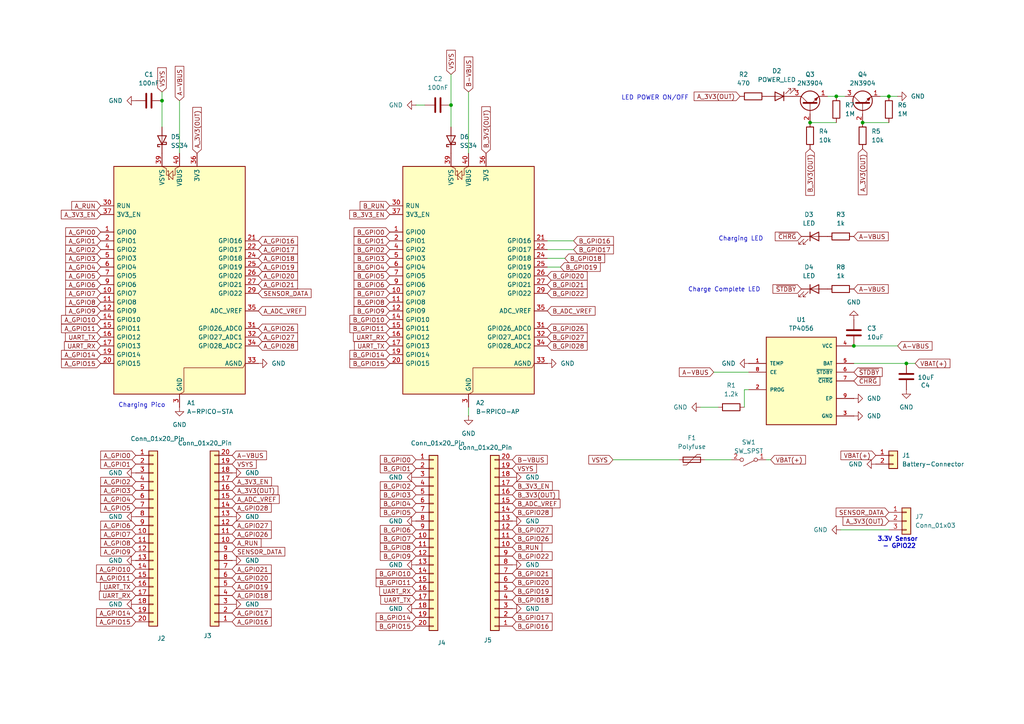
<source format=kicad_sch>
(kicad_sch (version 20250114) (generator "eeschema") (generator_version "9.0")
  (paper "A4")
  (lib_symbols
    (symbol "Connector_Generic:Conn_01x02" (pin_names (offset 1.016) (hide yes))
      (property "Reference" "J1" (at 2.54 0.0001 0))
      (property "Value" "Battery-Connector" (at 2.54 -2.5399 0))
      (symbol "Conn_01x02_1_1"
        (pin bidirectional line (at -5.08 0 0) (length 3.81) (name "Pin_1") (number "1"))
        (pin passive line (at -5.08 -2.54 0) (length 3.81) (name "Pin_2") (number "2"))
      )
    )
    (symbol "Connector_Generic:Conn_01x03" (pin_names (offset 1.016) (hide yes))
      (property "Reference" "J" (at 0 5.08 0))
      (property "Value" "Conn_01x03" (at 0 -5.08 0))
      (symbol "Conn_01x03_1_1"
        (pin passive line (at -5.08 2.54 0) (length 3.81) (name "Pin_1") (number "1"))
        (pin passive line (at -5.08 0 0) (length 3.81) (name "Pin_2") (number "2"))
        (pin passive line (at -5.08 -2.54 0) (length 3.81) (name "Pin_3") (number "3"))
      )
    )
    (symbol "Connector_Generic:Conn_01x20" (pin_names (offset 1.016) (hide yes))
      (property "Reference" "J" (at 0 25.4 0))
      (property "Value" "Conn_01x20" (at 0 -27.94 0))
      (symbol "Conn_01x20_1_1"
        (pin passive line (at -5.08 22.86 0) (length 3.81) (name "Pin_1") (number "1"))
        (pin passive line (at -5.08 20.32 0) (length 3.81) (name "Pin_2") (number "2"))
        (pin passive line (at -5.08 17.78 0) (length 3.81) (name "Pin_3") (number "3"))
        (pin passive line (at -5.08 15.24 0) (length 3.81) (name "Pin_4") (number "4"))
        (pin passive line (at -5.08 12.7 0) (length 3.81) (name "Pin_5") (number "5"))
        (pin passive line (at -5.08 10.16 0) (length 3.81) (name "Pin_6") (number "6"))
        (pin passive line (at -5.08 7.62 0) (length 3.81) (name "Pin_7") (number "7"))
        (pin passive line (at -5.08 5.08 0) (length 3.81) (name "Pin_8") (number "8"))
        (pin passive line (at -5.08 2.54 0) (length 3.81) (name "Pin_9") (number "9"))
        (pin passive line (at -5.08 0 0) (length 3.81) (name "Pin_10") (number "10"))
        (pin passive line (at -5.08 -2.54 0) (length 3.81) (name "Pin_11") (number "11"))
        (pin passive line (at -5.08 -5.08 0) (length 3.81) (name "Pin_12") (number "12"))
        (pin passive line (at -5.08 -7.62 0) (length 3.81) (name "Pin_13") (number "13"))
        (pin passive line (at -5.08 -10.16 0) (length 3.81) (name "Pin_14") (number "14"))
        (pin passive line (at -5.08 -12.7 0) (length 3.81) (name "Pin_15") (number "15"))
        (pin passive line (at -5.08 -15.24 0) (length 3.81) (name "Pin_16") (number "16"))
        (pin passive line (at -5.08 -17.78 0) (length 3.81) (name "Pin_17") (number "17"))
        (pin passive line (at -5.08 -20.32 0) (length 3.81) (name "Pin_18") (number "18"))
        (pin passive line (at -5.08 -22.86 0) (length 3.81) (name "Pin_19") (number "19"))
        (pin passive line (at -5.08 -25.4 0) (length 3.81) (name "Pin_20") (number "20"))
      )
    )
    (symbol "Device:C" (pin_numbers (hide yes)) (pin_names (offset 0.254))
      (property "Reference" "C" (at 0.635 2.54 0))
      (property "Value" "C" (at 0.635 -2.54 0))
      (symbol "C_1_1"
        (pin passive line (at 0 3.81 270) (length 2.794) (name "~") (number "1"))
        (pin passive line (at 0 -3.81 90) (length 2.794) (name "~") (number "2"))
      )
    )
    (symbol "Device:LED" (pin_numbers (hide yes)) (pin_names (offset 1.016) (hide yes))
      (property "Reference" "D" (at 0 2.54 0))
      (property "Value" "LED" (at 0 -2.54 0))
      (symbol "LED_1_1"
        (pin passive line (at -3.81 0 0) (length 2.54) (name "K") (number "1"))
        (pin passive line (at 3.81 0 180) (length 2.54) (name "A") (number "2"))
      )
    )
    (symbol "Device:Polyfuse" (pin_numbers (hide yes)) (pin_names (offset 0))
      (property "Reference" "F" (at -2.54 0 90))
      (property "Value" "Polyfuse" (at 2.54 0 90))
      (symbol "Polyfuse_1_1"
        (pin passive line (at 0 3.81 270) (length 1.27) (name "~") (number "1"))
        (pin passive line (at 0 -3.81 90) (length 1.27) (name "~") (number "2"))
      )
    )
    (symbol "Device:R" (pin_numbers (hide yes)) (pin_names (offset 0))
      (property "Reference" "R" (at 2.032 0 90))
      (property "Value" "R" (at 0 0 90))
      (symbol "R_1_1"
        (pin passive line (at 0 3.81 270) (length 1.27) (name "~") (number "1"))
        (pin passive line (at 0 -3.81 90) (length 1.27) (name "~") (number "2"))
      )
    )
    (symbol "Diode:SS34" (pin_numbers (hide yes)) (pin_names (offset 1.016) (hide yes))
      (property "Reference" "D" (at 0 2.54 0))
      (property "Value" "SS34" (at 0 -2.54 0))
      (symbol "SS34_1_1"
        (pin passive line (at -3.81 0 0) (length 2.54) (name "K") (number "1"))
        (pin passive line (at 3.81 0 180) (length 2.54) (name "A") (number "2"))
      )
    )
    (symbol "MCU_Module:RaspberryPi_Pico" (pin_names (offset 0.762))
      (property "Reference" "A2" (at 2.1433 -34.29 0))
      (property "Value" "B-RPICO-STA" (at 2.1433 -36.83 0))
      (symbol "RaspberryPi_Pico_1_1"
        (pin passive line (at -22.86 22.86 0) (length 3.81) (name "RUN") (number "30"))
        (pin passive line (at -22.86 20.32 0) (length 3.81) (name "3V3_EN") (number "37"))
        (pin bidirectional line (at -22.86 15.24 0) (length 3.81) (name "GPIO0") (number "1"))
        (pin bidirectional line (at -22.86 12.7 0) (length 3.81) (name "GPIO1") (number "2"))
        (pin bidirectional line (at -22.86 10.16 0) (length 3.81) (name "GPIO2") (number "4"))
        (pin bidirectional line (at -22.86 7.62 0) (length 3.81) (name "GPIO3") (number "5"))
        (pin bidirectional line (at -22.86 5.08 0) (length 3.81) (name "GPIO4") (number "6"))
        (pin bidirectional line (at -22.86 2.54 0) (length 3.81) (name "GPIO5") (number "7"))
        (pin bidirectional line (at -22.86 0 0) (length 3.81) (name "GPIO6") (number "9"))
        (pin bidirectional line (at -22.86 -2.54 0) (length 3.81) (name "GPIO7") (number "10"))
        (pin bidirectional line (at -22.86 -5.08 0) (length 3.81) (name "GPIO8") (number "11"))
        (pin bidirectional line (at -22.86 -7.62 0) (length 3.81) (name "GPIO9") (number "12"))
        (pin bidirectional line (at -22.86 -10.16 0) (length 3.81) (name "GPIO10") (number "14"))
        (pin bidirectional line (at -22.86 -12.7 0) (length 3.81) (name "GPIO11") (number "15"))
        (pin bidirectional line (at -22.86 -15.24 0) (length 3.81) (name "GPIO12") (number "16"))
        (pin bidirectional line (at -22.86 -17.78 0) (length 3.81) (name "GPIO13") (number "17"))
        (pin bidirectional line (at -22.86 -20.32 0) (length 3.81) (name "GPIO14") (number "19"))
        (pin bidirectional line (at -22.86 -22.86 0) (length 3.81) (name "GPIO15") (number "20"))
        (pin passive line (at -5.08 38.1 270) (length 3.81) (name "VSYS") (number "39"))
        (pin power_out line (at 0 38.1 270) (length 3.81) (name "VBUS") (number "40"))
        (pin passive line (at 0 -35.56 90) (length 3.81) (hide yes) (name "GND") (number "13"))
        (pin passive line (at 0 -35.56 90) (length 3.81) (hide yes) (name "GND") (number "18"))
        (pin passive line (at 0 -35.56 90) (length 3.81) (hide yes) (name "GND") (number "23"))
        (pin passive line (at 0 -35.56 90) (length 3.81) (hide yes) (name "GND") (number "28"))
        (pin passive line (at 0 -35.56 90) (length 3.81) (name "GND") (number "3"))
        (pin passive line (at 0 -35.56 90) (length 3.81) (hide yes) (name "GND") (number "38"))
        (pin passive line (at 0 -35.56 90) (length 3.81) (hide yes) (name "GND") (number "8"))
        (pin power_out line (at 5.08 38.1 270) (length 3.81) (name "3V3") (number "36"))
        (pin bidirectional line (at 22.86 12.7 180) (length 3.81) (name "GPIO16") (number "21"))
        (pin bidirectional line (at 22.86 10.16 180) (length 3.81) (name "GPIO17") (number "22"))
        (pin bidirectional line (at 22.86 7.62 180) (length 3.81) (name "GPIO18") (number "24"))
        (pin bidirectional line (at 22.86 5.08 180) (length 3.81) (name "GPIO19") (number "25"))
        (pin bidirectional line (at 22.86 2.54 180) (length 3.81) (name "GPIO20") (number "26"))
        (pin bidirectional line (at 22.86 0 180) (length 3.81) (name "GPIO21") (number "27"))
        (pin bidirectional line (at 22.86 -2.54 180) (length 3.81) (name "GPIO22") (number "29"))
        (pin passive line (at 22.86 -7.62 180) (length 3.81) (name "ADC_VREF") (number "35"))
        (pin bidirectional line (at 22.86 -12.7 180) (length 3.81) (name "GPIO26_ADC0") (number "31"))
        (pin bidirectional line (at 22.86 -15.24 180) (length 3.81) (name "GPIO27_ADC1") (number "32"))
        (pin bidirectional line (at 22.86 -17.78 180) (length 3.81) (name "GPIO28_ADC2") (number "34"))
        (pin passive line (at 22.86 -22.86 180) (length 3.81) (name "AGND") (number "33"))
      )
    )
    (symbol "RaspberryPi_Pico_1" (pin_names (offset 0.762))
      (property "Reference" "A1" (at 2.1433 -34.29 0))
      (property "Value" "A-RPICO-AP" (at 2.1433 -36.83 0))
      (symbol "RaspberryPi_Pico_1_1_1"
        (pin passive line (at -22.86 22.86 0) (length 3.81) (name "RUN") (number "30"))
        (pin passive line (at -22.86 20.32 0) (length 3.81) (name "3V3_EN") (number "37"))
        (pin bidirectional line (at -22.86 15.24 0) (length 3.81) (name "GPIO0") (number "1"))
        (pin bidirectional line (at -22.86 12.7 0) (length 3.81) (name "GPIO1") (number "2"))
        (pin bidirectional line (at -22.86 10.16 0) (length 3.81) (name "GPIO2") (number "4"))
        (pin bidirectional line (at -22.86 7.62 0) (length 3.81) (name "GPIO3") (number "5"))
        (pin bidirectional line (at -22.86 5.08 0) (length 3.81) (name "GPIO4") (number "6"))
        (pin bidirectional line (at -22.86 2.54 0) (length 3.81) (name "GPIO5") (number "7"))
        (pin bidirectional line (at -22.86 0 0) (length 3.81) (name "GPIO6") (number "9"))
        (pin bidirectional line (at -22.86 -2.54 0) (length 3.81) (name "GPIO7") (number "10"))
        (pin bidirectional line (at -22.86 -5.08 0) (length 3.81) (name "GPIO8") (number "11"))
        (pin bidirectional line (at -22.86 -7.62 0) (length 3.81) (name "GPIO9") (number "12"))
        (pin bidirectional line (at -22.86 -10.16 0) (length 3.81) (name "GPIO10") (number "14"))
        (pin bidirectional line (at -22.86 -12.7 0) (length 3.81) (name "GPIO11") (number "15"))
        (pin bidirectional line (at -22.86 -15.24 0) (length 3.81) (name "GPIO12") (number "16"))
        (pin bidirectional line (at -22.86 -17.78 0) (length 3.81) (name "GPIO13") (number "17"))
        (pin bidirectional line (at -22.86 -20.32 0) (length 3.81) (name "GPIO14") (number "19"))
        (pin bidirectional line (at -22.86 -22.86 0) (length 3.81) (name "GPIO15") (number "20"))
        (pin passive line (at -5.08 38.1 270) (length 3.81) (name "VSYS") (number "39"))
        (pin power_out line (at 0 38.1 270) (length 3.81) (name "VBUS") (number "40"))
        (pin passive line (at 0 -35.56 90) (length 3.81) (hide yes) (name "GND") (number "13"))
        (pin passive line (at 0 -35.56 90) (length 3.81) (hide yes) (name "GND") (number "18"))
        (pin passive line (at 0 -35.56 90) (length 3.81) (hide yes) (name "GND") (number "23"))
        (pin passive line (at 0 -35.56 90) (length 3.81) (hide yes) (name "GND") (number "28"))
        (pin passive line (at 0 -35.56 90) (length 3.81) (name "GND") (number "3"))
        (pin passive line (at 0 -35.56 90) (length 3.81) (hide yes) (name "GND") (number "38"))
        (pin passive line (at 0 -35.56 90) (length 3.81) (hide yes) (name "GND") (number "8"))
        (pin power_out line (at 5.08 38.1 270) (length 3.81) (name "3V3") (number "36"))
        (pin bidirectional line (at 22.86 12.7 180) (length 3.81) (name "GPIO16") (number "21"))
        (pin bidirectional line (at 22.86 10.16 180) (length 3.81) (name "GPIO17") (number "22"))
        (pin bidirectional line (at 22.86 7.62 180) (length 3.81) (name "GPIO18") (number "24"))
        (pin bidirectional line (at 22.86 5.08 180) (length 3.81) (name "GPIO19") (number "25"))
        (pin bidirectional line (at 22.86 2.54 180) (length 3.81) (name "GPIO20") (number "26"))
        (pin bidirectional line (at 22.86 0 180) (length 3.81) (name "GPIO21") (number "27"))
        (pin bidirectional line (at 22.86 -2.54 180) (length 3.81) (name "GPIO22") (number "29"))
        (pin passive line (at 22.86 -7.62 180) (length 3.81) (name "ADC_VREF") (number "35"))
        (pin bidirectional line (at 22.86 -12.7 180) (length 3.81) (name "GPIO26_ADC0") (number "31"))
        (pin bidirectional line (at 22.86 -15.24 180) (length 3.81) (name "GPIO27_ADC1") (number "32"))
        (pin bidirectional line (at 22.86 -17.78 180) (length 3.81) (name "GPIO28_ADC2") (number "34"))
        (pin passive line (at 22.86 -22.86 180) (length 3.81) (name "AGND") (number "33"))
      )
    )
    (symbol "Switch:SW_SPST" (pin_names (offset 0) (hide yes))
      (property "Reference" "SW" (at 0 3.175 0))
      (property "Value" "SW_SPST" (at 0 -2.54 0))
      (symbol "SW_SPST_1_1"
        (pin passive line (at -5.08 0 0) (length 2.54) (name "A") (number "1"))
        (pin passive line (at 5.08 0 180) (length 2.54) (name "B") (number "2"))
      )
    )
    (symbol "TP4056:TP4056" (pin_names (offset 1.016))
      (property "Reference" "U" (at -10.16 13.208 0))
      (property "Value" "TP4056" (at -10.16 -15.24 0))
      (symbol "TP4056_0_0"
        (pin input line (at -15.24 5.08 0) (length 5.08) (name "TEMP") (number "1"))
        (pin input line (at -15.24 2.54 0) (length 5.08) (name "CE") (number "8"))
        (pin bidirectional line (at -15.24 -2.54 0) (length 5.08) (name "PROG") (number "2"))
        (pin power_in line (at 15.24 10.16 180) (length 5.08) (name "VCC") (number "4"))
        (pin output line (at 15.24 5.08 180) (length 5.08) (name "BAT") (number "5"))
        (pin output line (at 15.24 2.54 180) (length 5.08) (name "~{STDBY}") (number "6"))
        (pin output line (at 15.24 0 180) (length 5.08) (name "~{CHRG}") (number "7"))
        (pin passive line (at 15.24 -5.08 180) (length 5.08) (name "EP") (number "9"))
        (pin power_in line (at 15.24 -10.16 180) (length 5.08) (name "GND") (number "3"))
      )
    )
    (symbol "Transistor_BJT:2N3904" (pin_names (offset 0) (hide yes))
      (property "Reference" "Q" (at 5.08 1.905 0))
      (property "Value" "2N3904" (at 5.08 0 0))
      (symbol "2N3904_1_1"
        (pin input line (at -5.08 0 0) (length 2.54) (name "B") (number "2"))
        (pin passive line (at 2.54 5.08 270) (length 2.54) (name "C") (number "3"))
        (pin passive line (at 2.54 -5.08 90) (length 2.54) (name "E") (number "1"))
      )
    )
    (symbol "power:GND" (power) (pin_numbers (hide yes)) (pin_names (offset 0) (hide yes))
      (property "Value" "GND" (at 0 -3.81 0))
      (symbol "GND_1_1"
        (pin power_in line (at 0 0 270) (length 0) (name "~") (number "1"))
      )
    )
  )
  (text "Charging Pico\n" (at 41.148 117.602 0) (effects (font (size 1.27 1.27))))
  (text "Charge Complete LED" (at 210.058 84.074 0) (effects (font (size 1.27 1.27))))
  (text "3.3V Sensor\n - GPIO22\n" (at 260.35 157.48 0) (effects (font (size 1.27 1.27) (thickness 0.254) (bold yes))))
  (text "LED POWER ON/OFF\n" (at 189.992 28.448 0) (effects (font (size 1.27 1.27))))
  (text "Charging LED" (at 214.884 69.342 0) (effects (font (size 1.27 1.27))))
  (junction (at 262.89 105.41))
  (junction (at 242.57 27.94))
  (junction (at 247.65 100.33))
  (junction (at 234.95 35.56))
  (junction (at 257.81 27.94))
  (junction (at 250.19 35.56))
  (junction (at 130.81 30.48))
  (junction (at 46.99 29.21))
  (wire (pts (xy 203.2 118.11) (xy 208.28 118.11)))
  (wire (pts (xy 158.75 74.93) (xy 163.83 74.93)))
  (wire (pts (xy 46.99 29.21) (xy 46.99 36.83)))
  (wire (pts (xy 247.65 105.41) (xy 262.89 105.41)))
  (wire (pts (xy 46.99 26.67) (xy 46.99 29.21)))
  (wire (pts (xy 242.57 27.94) (xy 240.03 27.94)))
  (wire (pts (xy 130.81 21.59) (xy 130.81 30.48)))
  (wire (pts (xy 250.19 35.56) (xy 257.81 35.56)))
  (wire (pts (xy 158.75 69.85) (xy 166.37 69.85)))
  (wire (pts (xy 245.11 27.94) (xy 242.57 27.94)))
  (wire (pts (xy 260.35 100.33) (xy 247.65 100.33)))
  (wire (pts (xy 158.75 77.47) (xy 162.56 77.47)))
  (wire (pts (xy 158.75 72.39) (xy 166.37 72.39)))
  (wire (pts (xy 215.9 118.11) (xy 215.9 113.03)))
  (wire (pts (xy 130.81 30.48) (xy 130.81 36.83)))
  (wire (pts (xy 262.89 105.41) (xy 265.43 105.41)))
  (wire (pts (xy 52.07 29.21) (xy 52.07 44.45)))
  (wire (pts (xy 222.25 133.35) (xy 223.52 133.35)))
  (wire (pts (xy 120.65 30.48) (xy 123.19 30.48)))
  (wire (pts (xy 204.47 133.35) (xy 212.09 133.35)))
  (wire (pts (xy 207.01 107.95) (xy 217.17 107.95)))
  (wire (pts (xy 243.84 153.67) (xy 257.81 153.67)))
  (wire (pts (xy 234.95 35.56) (xy 242.57 35.56)))
  (wire (pts (xy 177.8 133.35) (xy 196.85 133.35)))
  (wire (pts (xy 135.89 26.67) (xy 135.89 44.45)))
  (wire (pts (xy 135.89 120.65) (xy 135.89 118.11)))
  (wire (pts (xy 215.9 113.03) (xy 217.17 113.03)))
  (wire (pts (xy 257.81 27.94) (xy 255.27 27.94)))
  (wire (pts (xy 260.35 27.94) (xy 257.81 27.94)))
  (global_label "A_GPIO1" (shape input) (at 39.37 134.62 180) (property "Intersheetrefs" "${INTERSHEET_REFS}" (effects (hide yes))))
  (global_label "A_GPIO0" (shape input) (at 39.37 132.08 180) (property "Intersheetrefs" "${INTERSHEET_REFS}" (effects (hide yes))))
  (global_label "B_GPIO4" (shape input) (at 113.03 77.47 180) (property "Intersheetrefs" "${INTERSHEET_REFS}" (effects (hide yes))))
  (global_label "A_GPIO5" (shape input) (at 39.37 147.32 180) (property "Intersheetrefs" "${INTERSHEET_REFS}" (effects (hide yes))))
  (global_label "B_RUN" (shape input) (at 148.59 158.75 0) (property "Intersheetrefs" "${INTERSHEET_REFS}" (effects (hide yes))))
  (global_label "A_3V3(OUT)" (shape input) (at 250.19 43.18 270) (property "Intersheetrefs" "${INTERSHEET_REFS}" (effects (hide yes))))
  (global_label "UART_TX" (shape input) (at 29.21 97.79 180) (property "Intersheetrefs" "${INTERSHEET_REFS}" (effects (hide yes))))
  (global_label "B_GPIO2" (shape input) (at 113.03 72.39 180) (property "Intersheetrefs" "${INTERSHEET_REFS}" (effects (hide yes))))
  (global_label "B_GPIO15" (shape input) (at 113.03 105.41 180) (property "Intersheetrefs" "${INTERSHEET_REFS}" (effects (hide yes))))
  (global_label "B_GPIO21" (shape input) (at 148.59 166.37 0) (property "Intersheetrefs" "${INTERSHEET_REFS}" (effects (hide yes))))
  (global_label "A_GPIO16" (shape input) (at 67.31 180.34 0) (property "Intersheetrefs" "${INTERSHEET_REFS}" (effects (hide yes))))
  (global_label "A_GPIO11" (shape input) (at 39.37 167.64 180) (property "Intersheetrefs" "${INTERSHEET_REFS}" (effects (hide yes))))
  (global_label "~{CHRG}" (shape input) (at 247.65 110.49 0) (property "Intersheetrefs" "${INTERSHEET_REFS}" (effects (hide yes))))
  (global_label "B_GPIO8" (shape input) (at 113.03 87.63 180) (property "Intersheetrefs" "${INTERSHEET_REFS}" (effects (hide yes))))
  (global_label "A_GPIO6" (shape input) (at 39.37 152.4 180) (property "Intersheetrefs" "${INTERSHEET_REFS}" (effects (hide yes))))
  (global_label "B_GPIO27" (shape input) (at 158.75 97.79 0) (property "Intersheetrefs" "${INTERSHEET_REFS}" (effects (hide yes))))
  (global_label "A_ADC_VREF" (shape input) (at 74.93 90.17 0) (property "Intersheetrefs" "${INTERSHEET_REFS}" (effects (hide yes))))
  (global_label "B_GPIO7" (shape input) (at 113.03 85.09 180) (property "Intersheetrefs" "${INTERSHEET_REFS}" (effects (hide yes))))
  (global_label "A_3V3(OUT)" (shape input) (at 257.81 151.13 180) (property "Intersheetrefs" "${INTERSHEET_REFS}" (effects (hide yes))))
  (global_label "VBAT(+)" (shape input) (at 265.43 105.41 0) (property "Intersheetrefs" "${INTERSHEET_REFS}" (effects (hide yes))))
  (global_label "A_GPIO3" (shape input) (at 39.37 142.24 180) (property "Intersheetrefs" "${INTERSHEET_REFS}" (effects (hide yes))))
  (global_label "B_GPIO16" (shape input) (at 166.37 69.85 0) (property "Intersheetrefs" "${INTERSHEET_REFS}" (effects (hide yes))))
  (global_label "~{STDBY}" (shape input) (at 232.41 83.82 180) (property "Intersheetrefs" "${INTERSHEET_REFS}" (effects (hide yes))))
  (global_label "B_RUN" (shape input) (at 113.03 59.69 180) (property "Intersheetrefs" "${INTERSHEET_REFS}" (effects (hide yes))))
  (global_label "VSYS" (shape input) (at 130.81 21.59 90) (property "Intersheetrefs" "${INTERSHEET_REFS}" (effects (hide yes))))
  (global_label "B_GPIO18" (shape input) (at 163.83 74.93 0) (property "Intersheetrefs" "${INTERSHEET_REFS}" (effects (hide yes))))
  (global_label "B_GPIO14" (shape input) (at 113.03 102.87 180) (property "Intersheetrefs" "${INTERSHEET_REFS}" (effects (hide yes))))
  (global_label "B_GPIO28" (shape input) (at 158.75 100.33 0) (property "Intersheetrefs" "${INTERSHEET_REFS}" (effects (hide yes))))
  (global_label "A_GPIO17" (shape input) (at 74.93 72.39 0) (property "Intersheetrefs" "${INTERSHEET_REFS}" (effects (hide yes))))
  (global_label "A_RUN" (shape input) (at 29.21 59.69 180) (property "Intersheetrefs" "${INTERSHEET_REFS}" (effects (hide yes))))
  (global_label "B_GPIO2" (shape input) (at 120.65 140.97 180) (property "Intersheetrefs" "${INTERSHEET_REFS}" (effects (hide yes))))
  (global_label "UART_TX" (shape input) (at 120.65 173.99 180) (property "Intersheetrefs" "${INTERSHEET_REFS}" (effects (hide yes))))
  (global_label "A_GPIO6" (shape input) (at 29.21 82.55 180) (property "Intersheetrefs" "${INTERSHEET_REFS}" (effects (hide yes))))
  (global_label "A_GPIO15" (shape input) (at 39.37 180.34 180) (property "Intersheetrefs" "${INTERSHEET_REFS}" (effects (hide yes))))
  (global_label "B_GPIO11" (shape input) (at 113.03 95.25 180) (property "Intersheetrefs" "${INTERSHEET_REFS}" (effects (hide yes))))
  (global_label "B_GPIO10" (shape input) (at 113.03 92.71 180) (property "Intersheetrefs" "${INTERSHEET_REFS}" (effects (hide yes))))
  (global_label "B_ADC_VREF" (shape input) (at 158.75 90.17 0) (property "Intersheetrefs" "${INTERSHEET_REFS}" (effects (hide yes))))
  (global_label "A_GPIO26" (shape input) (at 67.31 154.94 0) (property "Intersheetrefs" "${INTERSHEET_REFS}" (effects (hide yes))))
  (global_label "B_GPIO17" (shape input) (at 166.37 72.39 0) (property "Intersheetrefs" "${INTERSHEET_REFS}" (effects (hide yes))))
  (global_label "B_GPIO4" (shape input) (at 120.65 146.05 180) (property "Intersheetrefs" "${INTERSHEET_REFS}" (effects (hide yes))))
  (global_label "B_GPIO17" (shape input) (at 148.59 179.07 0) (property "Intersheetrefs" "${INTERSHEET_REFS}" (effects (hide yes))))
  (global_label "B_GPIO6" (shape input) (at 113.03 82.55 180) (property "Intersheetrefs" "${INTERSHEET_REFS}" (effects (hide yes))))
  (global_label "A_3V3(OUT)" (shape input) (at 57.15 44.45 90) (property "Intersheetrefs" "${INTERSHEET_REFS}" (effects (hide yes))))
  (global_label "B_GPIO26" (shape input) (at 148.59 156.21 0) (property "Intersheetrefs" "${INTERSHEET_REFS}" (effects (hide yes))))
  (global_label "A_GPIO15" (shape input) (at 29.21 105.41 180) (property "Intersheetrefs" "${INTERSHEET_REFS}" (effects (hide yes))))
  (global_label "~{STDBY}" (shape input) (at 247.65 107.95 0) (property "Intersheetrefs" "${INTERSHEET_REFS}" (effects (hide yes))))
  (global_label "A_GPIO19" (shape input) (at 74.93 77.47 0) (property "Intersheetrefs" "${INTERSHEET_REFS}" (effects (hide yes))))
  (global_label "A_GPIO3" (shape input) (at 29.21 74.93 180) (property "Intersheetrefs" "${INTERSHEET_REFS}" (effects (hide yes))))
  (global_label "B_GPIO3" (shape input) (at 113.03 74.93 180) (property "Intersheetrefs" "${INTERSHEET_REFS}" (effects (hide yes))))
  (global_label "B_GPIO9" (shape input) (at 120.65 161.29 180) (property "Intersheetrefs" "${INTERSHEET_REFS}" (effects (hide yes))))
  (global_label "A_GPIO7" (shape input) (at 29.21 85.09 180) (property "Intersheetrefs" "${INTERSHEET_REFS}" (effects (hide yes))))
  (global_label "A_GPIO4" (shape input) (at 39.37 144.78 180) (property "Intersheetrefs" "${INTERSHEET_REFS}" (effects (hide yes))))
  (global_label "A_GPIO9" (shape input) (at 29.21 90.17 180) (property "Intersheetrefs" "${INTERSHEET_REFS}" (effects (hide yes))))
  (global_label "B_3V3_EN" (shape input) (at 113.03 62.23 180) (property "Intersheetrefs" "${INTERSHEET_REFS}" (effects (hide yes))))
  (global_label "A-VBUS" (shape input) (at 67.31 132.08 0) (property "Intersheetrefs" "${INTERSHEET_REFS}" (effects (hide yes))))
  (global_label "B_3V3(OUT)" (shape input) (at 234.95 43.18 270) (property "Intersheetrefs" "${INTERSHEET_REFS}" (effects (hide yes))))
  (global_label "SENSOR_DATA" (shape input) (at 257.81 148.59 180) (property "Intersheetrefs" "${INTERSHEET_REFS}" (effects (hide yes))))
  (global_label "B_GPIO21" (shape input) (at 158.75 82.55 0) (property "Intersheetrefs" "${INTERSHEET_REFS}" (effects (hide yes))))
  (global_label "B_GPIO20" (shape input) (at 158.75 80.01 0) (property "Intersheetrefs" "${INTERSHEET_REFS}" (effects (hide yes))))
  (global_label "B_GPIO10" (shape input) (at 120.65 166.37 180) (property "Intersheetrefs" "${INTERSHEET_REFS}" (effects (hide yes))))
  (global_label "B_GPIO0" (shape input) (at 120.65 133.35 180) (property "Intersheetrefs" "${INTERSHEET_REFS}" (effects (hide yes))))
  (global_label "A_3V3_EN" (shape input) (at 67.31 139.7 0) (property "Intersheetrefs" "${INTERSHEET_REFS}" (effects (hide yes))))
  (global_label "UART_RX" (shape input) (at 120.65 171.45 180) (property "Intersheetrefs" "${INTERSHEET_REFS}" (effects (hide yes))))
  (global_label "A_3V3(OUT)" (shape input) (at 214.63 27.94 180) (property "Intersheetrefs" "${INTERSHEET_REFS}" (effects (hide yes))))
  (global_label "UART_RX" (shape input) (at 29.21 100.33 180) (property "Intersheetrefs" "${INTERSHEET_REFS}" (effects (hide yes))))
  (global_label "B_GPIO28" (shape input) (at 148.59 148.59 0) (property "Intersheetrefs" "${INTERSHEET_REFS}" (effects (hide yes))))
  (global_label "B_GPIO15" (shape input) (at 120.65 181.61 180) (property "Intersheetrefs" "${INTERSHEET_REFS}" (effects (hide yes))))
  (global_label "A-VBUS" (shape input) (at 207.01 107.95 180) (property "Intersheetrefs" "${INTERSHEET_REFS}" (effects (hide yes))))
  (global_label "A_GPIO27" (shape input) (at 67.31 152.4 0) (property "Intersheetrefs" "${INTERSHEET_REFS}" (effects (hide yes))))
  (global_label "B_3V3(OUT)" (shape input) (at 148.59 143.51 0) (property "Intersheetrefs" "${INTERSHEET_REFS}" (effects (hide yes))))
  (global_label "B_GPIO22" (shape input) (at 148.59 161.29 0) (property "Intersheetrefs" "${INTERSHEET_REFS}" (effects (hide yes))))
  (global_label "VSYS" (shape input) (at 177.8 133.35 180) (property "Intersheetrefs" "${INTERSHEET_REFS}" (effects (hide yes))))
  (global_label "B_GPIO5" (shape input) (at 120.65 148.59 180) (property "Intersheetrefs" "${INTERSHEET_REFS}" (effects (hide yes))))
  (global_label "A_ADC_VREF" (shape input) (at 67.31 144.78 0) (property "Intersheetrefs" "${INTERSHEET_REFS}" (effects (hide yes))))
  (global_label "B_GPIO11" (shape input) (at 120.65 168.91 180) (property "Intersheetrefs" "${INTERSHEET_REFS}" (effects (hide yes))))
  (global_label "B_GPIO1" (shape input) (at 120.65 135.89 180) (property "Intersheetrefs" "${INTERSHEET_REFS}" (effects (hide yes))))
  (global_label "A_GPIO17" (shape input) (at 67.31 177.8 0) (property "Intersheetrefs" "${INTERSHEET_REFS}" (effects (hide yes))))
  (global_label "A_GPIO21" (shape input) (at 74.93 82.55 0) (property "Intersheetrefs" "${INTERSHEET_REFS}" (effects (hide yes))))
  (global_label "A_3V3_EN" (shape input) (at 29.21 62.23 180) (property "Intersheetrefs" "${INTERSHEET_REFS}" (effects (hide yes))))
  (global_label "B_GPIO1" (shape input) (at 113.03 69.85 180) (property "Intersheetrefs" "${INTERSHEET_REFS}" (effects (hide yes))))
  (global_label "VSYS" (shape input) (at 67.31 134.62 0) (property "Intersheetrefs" "${INTERSHEET_REFS}" (effects (hide yes))))
  (global_label "A_GPIO20" (shape input) (at 74.93 80.01 0) (property "Intersheetrefs" "${INTERSHEET_REFS}" (effects (hide yes))))
  (global_label "B_GPIO20" (shape input) (at 148.59 168.91 0) (property "Intersheetrefs" "${INTERSHEET_REFS}" (effects (hide yes))))
  (global_label "B_GPIO19" (shape input) (at 162.56 77.47 0) (property "Intersheetrefs" "${INTERSHEET_REFS}" (effects (hide yes))))
  (global_label "A_GPIO19" (shape input) (at 67.31 170.18 0) (property "Intersheetrefs" "${INTERSHEET_REFS}" (effects (hide yes))))
  (global_label "A_GPIO14" (shape input) (at 29.21 102.87 180) (property "Intersheetrefs" "${INTERSHEET_REFS}" (effects (hide yes))))
  (global_label "B_GPIO7" (shape input) (at 120.65 156.21 180) (property "Intersheetrefs" "${INTERSHEET_REFS}" (effects (hide yes))))
  (global_label "A_GPIO1" (shape input) (at 29.21 69.85 180) (property "Intersheetrefs" "${INTERSHEET_REFS}" (effects (hide yes))))
  (global_label "A_GPIO2" (shape input) (at 29.21 72.39 180) (property "Intersheetrefs" "${INTERSHEET_REFS}" (effects (hide yes))))
  (global_label "A_GPIO14" (shape input) (at 39.37 177.8 180) (property "Intersheetrefs" "${INTERSHEET_REFS}" (effects (hide yes))))
  (global_label "UART_TX" (shape input) (at 39.37 170.18 180) (property "Intersheetrefs" "${INTERSHEET_REFS}" (effects (hide yes))))
  (global_label "A_GPIO8" (shape input) (at 29.21 87.63 180) (property "Intersheetrefs" "${INTERSHEET_REFS}" (effects (hide yes))))
  (global_label "A_GPIO28" (shape input) (at 74.93 100.33 0) (property "Intersheetrefs" "${INTERSHEET_REFS}" (effects (hide yes))))
  (global_label "B_GPIO22" (shape input) (at 158.75 85.09 0) (property "Intersheetrefs" "${INTERSHEET_REFS}" (effects (hide yes))))
  (global_label "VBAT(+)" (shape input) (at 223.52 133.35 0) (property "Intersheetrefs" "${INTERSHEET_REFS}" (effects (hide yes))))
  (global_label "VBAT(+)" (shape input) (at 254 132.08 180) (property "Intersheetrefs" "${INTERSHEET_REFS}" (effects (hide yes))))
  (global_label "B_GPIO8" (shape input) (at 120.65 158.75 180) (property "Intersheetrefs" "${INTERSHEET_REFS}" (effects (hide yes))))
  (global_label "A_GPIO0" (shape input) (at 29.21 67.31 180) (property "Intersheetrefs" "${INTERSHEET_REFS}" (effects (hide yes))))
  (global_label "A_GPIO16" (shape input) (at 74.93 69.85 0) (property "Intersheetrefs" "${INTERSHEET_REFS}" (effects (hide yes))))
  (global_label "A_GPIO5" (shape input) (at 29.21 80.01 180) (property "Intersheetrefs" "${INTERSHEET_REFS}" (effects (hide yes))))
  (global_label "A-VBUS" (shape input) (at 260.35 100.33 0) (property "Intersheetrefs" "${INTERSHEET_REFS}" (effects (hide yes))))
  (global_label "A_GPIO10" (shape input) (at 39.37 165.1 180) (property "Intersheetrefs" "${INTERSHEET_REFS}" (effects (hide yes))))
  (global_label "A-VBUS" (shape input) (at 52.07 29.21 90) (property "Intersheetrefs" "${INTERSHEET_REFS}" (effects (hide yes))))
  (global_label "A_GPIO2" (shape input) (at 39.37 139.7 180) (property "Intersheetrefs" "${INTERSHEET_REFS}" (effects (hide yes))))
  (global_label "VSYS" (shape input) (at 148.59 135.89 0) (property "Intersheetrefs" "${INTERSHEET_REFS}" (effects (hide yes))))
  (global_label "UART_RX" (shape input) (at 39.37 172.72 180) (property "Intersheetrefs" "${INTERSHEET_REFS}" (effects (hide yes))))
  (global_label "A_GPIO9" (shape input) (at 39.37 160.02 180) (property "Intersheetrefs" "${INTERSHEET_REFS}" (effects (hide yes))))
  (global_label "A_GPIO11" (shape input) (at 29.21 95.25 180) (property "Intersheetrefs" "${INTERSHEET_REFS}" (effects (hide yes))))
  (global_label "B_GPIO19" (shape input) (at 148.59 171.45 0) (property "Intersheetrefs" "${INTERSHEET_REFS}" (effects (hide yes))))
  (global_label "B_GPIO0" (shape input) (at 113.03 67.31 180) (property "Intersheetrefs" "${INTERSHEET_REFS}" (effects (hide yes))))
  (global_label "A_GPIO20" (shape input) (at 67.31 167.64 0) (property "Intersheetrefs" "${INTERSHEET_REFS}" (effects (hide yes))))
  (global_label "UART_TX" (shape input) (at 113.03 100.33 180) (property "Intersheetrefs" "${INTERSHEET_REFS}" (effects (hide yes))))
  (global_label "A_GPIO27" (shape input) (at 74.93 97.79 0) (property "Intersheetrefs" "${INTERSHEET_REFS}" (effects (hide yes))))
  (global_label "B_GPIO16" (shape input) (at 148.59 181.61 0) (property "Intersheetrefs" "${INTERSHEET_REFS}" (effects (hide yes))))
  (global_label "A_GPIO8" (shape input) (at 39.37 157.48 180) (property "Intersheetrefs" "${INTERSHEET_REFS}" (effects (hide yes))))
  (global_label "VSYS" (shape input) (at 46.99 26.67 90) (property "Intersheetrefs" "${INTERSHEET_REFS}" (effects (hide yes))))
  (global_label "A_GPIO28" (shape input) (at 67.31 147.32 0) (property "Intersheetrefs" "${INTERSHEET_REFS}" (effects (hide yes))))
  (global_label "B_3V3(OUT)" (shape input) (at 140.97 44.45 90) (property "Intersheetrefs" "${INTERSHEET_REFS}" (effects (hide yes))))
  (global_label "B-VBUS" (shape input) (at 148.59 133.35 0) (property "Intersheetrefs" "${INTERSHEET_REFS}" (effects (hide yes))))
  (global_label "A_GPIO7" (shape input) (at 39.37 154.94 180) (property "Intersheetrefs" "${INTERSHEET_REFS}" (effects (hide yes))))
  (global_label "SENSOR_DATA" (shape input) (at 67.31 160.02 0) (property "Intersheetrefs" "${INTERSHEET_REFS}" (effects (hide yes))))
  (global_label "B_GPIO27" (shape input) (at 148.59 153.67 0) (property "Intersheetrefs" "${INTERSHEET_REFS}" (effects (hide yes))))
  (global_label "SENSOR_DATA" (shape input) (at 74.93 85.09 0) (property "Intersheetrefs" "${INTERSHEET_REFS}" (effects (hide yes))))
  (global_label "A_GPIO21" (shape input) (at 67.31 165.1 0) (property "Intersheetrefs" "${INTERSHEET_REFS}" (effects (hide yes))))
  (global_label "A_GPIO4" (shape input) (at 29.21 77.47 180) (property "Intersheetrefs" "${INTERSHEET_REFS}" (effects (hide yes))))
  (global_label "B_GPIO26" (shape input) (at 158.75 95.25 0) (property "Intersheetrefs" "${INTERSHEET_REFS}" (effects (hide yes))))
  (global_label "B_GPIO5" (shape input) (at 113.03 80.01 180) (property "Intersheetrefs" "${INTERSHEET_REFS}" (effects (hide yes))))
  (global_label "~{CHRG}" (shape input) (at 232.41 68.58 180) (property "Intersheetrefs" "${INTERSHEET_REFS}" (effects (hide yes))))
  (global_label "A_GPIO26" (shape input) (at 74.93 95.25 0) (property "Intersheetrefs" "${INTERSHEET_REFS}" (effects (hide yes))))
  (global_label "B_GPIO14" (shape input) (at 120.65 179.07 180) (property "Intersheetrefs" "${INTERSHEET_REFS}" (effects (hide yes))))
  (global_label "A-VBUS" (shape input) (at 247.65 83.82 0) (property "Intersheetrefs" "${INTERSHEET_REFS}" (effects (hide yes))))
  (global_label "B_3V3_EN" (shape input) (at 148.59 140.97 0) (property "Intersheetrefs" "${INTERSHEET_REFS}" (effects (hide yes))))
  (global_label "B_GPIO3" (shape input) (at 120.65 143.51 180) (property "Intersheetrefs" "${INTERSHEET_REFS}" (effects (hide yes))))
  (global_label "B_ADC_VREF" (shape input) (at 148.59 146.05 0) (property "Intersheetrefs" "${INTERSHEET_REFS}" (effects (hide yes))))
  (global_label "A_GPIO18" (shape input) (at 74.93 74.93 0) (property "Intersheetrefs" "${INTERSHEET_REFS}" (effects (hide yes))))
  (global_label "B_GPIO6" (shape input) (at 120.65 153.67 180) (property "Intersheetrefs" "${INTERSHEET_REFS}" (effects (hide yes))))
  (global_label "B_GPIO9" (shape input) (at 113.03 90.17 180) (property "Intersheetrefs" "${INTERSHEET_REFS}" (effects (hide yes))))
  (global_label "A-VBUS" (shape input) (at 247.65 68.58 0) (property "Intersheetrefs" "${INTERSHEET_REFS}" (effects (hide yes))))
  (global_label "UART_RX" (shape input) (at 113.03 97.79 180) (property "Intersheetrefs" "${INTERSHEET_REFS}" (effects (hide yes))))
  (global_label "A_3V3(OUT)" (shape input) (at 67.31 142.24 0) (property "Intersheetrefs" "${INTERSHEET_REFS}" (effects (hide yes))))
  (global_label "A_GPIO18" (shape input) (at 67.31 172.72 0) (property "Intersheetrefs" "${INTERSHEET_REFS}" (effects (hide yes))))
  (global_label "A_GPIO10" (shape input) (at 29.21 92.71 180) (property "Intersheetrefs" "${INTERSHEET_REFS}" (effects (hide yes))))
  (global_label "B-VBUS" (shape input) (at 135.89 26.67 90) (property "Intersheetrefs" "${INTERSHEET_REFS}" (effects (hide yes))))
  (global_label "A_RUN" (shape input) (at 67.31 157.48 0) (property "Intersheetrefs" "${INTERSHEET_REFS}" (effects (hide yes))))
  (global_label "B_GPIO18" (shape input) (at 148.59 173.99 0) (property "Intersheetrefs" "${INTERSHEET_REFS}" (effects (hide yes))))
  (symbol (lib_id "power:GND") (at 67.31 149.86 90) (unit 1)
    (property "Reference" "#PWR019" (effects (hide yes)))
    (property "Value" "GND" (at 71.12 149.8599 90) (effects (justify right)))
    (property "Description" "Power symbol creates a global label with name \"GND\" , ground" (effects (hide yes)))
  )
  (symbol (lib_id "Device:R") (at 234.95 39.37 180) (unit 1)
    (property "Reference" "R4" (at 237.49 38.0999 0) (effects (justify right)))
    (property "Value" "10k" (at 237.49 40.6399 0) (effects (justify right)))
    (property "Footprint" "Resistor_THT:R_Axial_DIN0207_L6.3mm_D2.5mm_P7.62mm_Horizontal" (effects (hide yes)))
    (property "Description" "Resistor" (effects (hide yes)))
  )
  (symbol (lib_id "TP4056:TP4056") (at 232.41 110.49 0) (unit 1)
    (property "Reference" "U1" (at 232.41 92.71 0))
    (property "Value" "TP4056" (at 232.41 95.25 0))
    (property "Footprint" "TP4056:SOP127P600X175-9N" (effects (hide yes)))
    (property "MF" "NanJing Top Power ASIC Corp." (effects (hide yes)))
    (property "MAXIMUM_PACKAGE_HEIGHT" "1.75mm" (effects (hide yes)))
    (property "Package" "Package" (effects (hide yes)))
    (property "Price" "None" (effects (hide yes)))
    (property "Check_prices" "https://www.snapeda.com/parts/TP4056/NanJing+Top+Power+ASIC+Corp./view-part/?ref=eda" (effects (hide yes)))
    (property "STANDARD" "IPC 7351B" (effects (hide yes)))
    (property "SnapEDA_Link" "https://www.snapeda.com/parts/TP4056/NanJing+Top+Power+ASIC+Corp./view-part/?ref=snap" (effects (hide yes)))
    (property "MP" "TP4056" (effects (hide yes)))
    (property "Description_1" "Complete single cell Li-Ion battery with a constant current / constant voltage linear charger" (effects (hide yes)))
    (property "Availability" "Not in stock" (effects (hide yes)))
    (property "MANUFACTURER" "NanJing Top Power ASIC Corp." (effects (hide yes)))
  )
  (symbol (lib_id "power:GND") (at 135.89 120.65 0) (unit 1)
    (property "Reference" "#PWR07" (effects (hide yes)))
    (property "Value" "GND" (at 135.89 125.73 0))
    (property "Description" "Power symbol creates a global label with name \"GND\" , ground" (effects (hide yes)))
  )
  (symbol (lib_id "power:GND") (at 148.59 151.13 90) (unit 1)
    (property "Reference" "#PWR028" (effects (hide yes)))
    (property "Value" "GND" (at 152.4 151.1299 90) (effects (justify right)))
    (property "Description" "Power symbol creates a global label with name \"GND\" , ground" (effects (hide yes)))
  )
  (symbol (lib_id "power:GND") (at 247.65 115.57 90) (unit 1)
    (property "Reference" "#PWR09" (effects (hide yes)))
    (property "Value" "GND" (at 251.46 115.5699 90) (effects (justify right)))
    (property "Description" "Power symbol creates a global label with name \"GND\" , ground" (effects (hide yes)))
  )
  (symbol (lib_id "power:GND") (at 67.31 162.56 90) (unit 1)
    (property "Reference" "#PWR020" (effects (hide yes)))
    (property "Value" "GND" (at 71.12 162.5599 90) (effects (justify right)))
    (property "Description" "Power symbol creates a global label with name \"GND\" , ground" (effects (hide yes)))
  )
  (symbol (lib_id "MCU_Module:RaspberryPi_Pico") (at 135.89 82.55 0) (unit 1)
    (property "Reference" "A2" (at 138.0333 116.84 0) (effects (justify left)))
    (property "Value" "B-RPICO-AP" (at 138.0333 119.38 0) (effects (justify left)))
    (property "Footprint" "Module:RaspberryPi_Pico_Common_THT" (effects (hide yes)))
    (property "Datasheet" "https://datasheets.raspberrypi.com/pico/pico-datasheet.pdf" (effects (hide yes)))
    (property "Description" "Versatile and inexpensive microcontroller module powered by RP2040 dual-core Arm Cortex-M0+ processor up to 133 MHz, 264kB SRAM, 2MB QSPI flash; also supports Raspberry Pi Pico 2" (effects (hide yes)))
  )
  (symbol (lib_id "power:GND") (at 39.37 162.56 270) (unit 1)
    (property "Reference" "#PWR016" (effects (hide yes)))
    (property "Value" "GND" (at 35.56 162.5599 90) (effects (justify right)))
    (property "Description" "Power symbol creates a global label with name \"GND\" , ground" (effects (hide yes)))
  )
  (symbol (lib_id "power:GND") (at 39.37 149.86 270) (unit 1)
    (property "Reference" "#PWR015" (effects (hide yes)))
    (property "Value" "GND" (at 35.56 149.8599 90) (effects (justify right)))
    (property "Description" "Power symbol creates a global label with name \"GND\" , ground" (effects (hide yes)))
  )
  (symbol (lib_id "power:GND") (at 39.37 29.21 270) (unit 1)
    (property "Reference" "#PWR05" (effects (hide yes)))
    (property "Value" "GND" (at 35.56 29.2099 90) (effects (justify right)))
    (property "Description" "Power symbol creates a global label with name \"GND\" , ground" (effects (hide yes)))
  )
  (symbol (lib_name "RaspberryPi_Pico_1") (lib_id "MCU_Module:RaspberryPi_Pico") (at 52.07 82.55 0) (unit 1)
    (property "Reference" "A1" (at 54.2133 116.84 0) (effects (justify left)))
    (property "Value" "A-RPICO-STA" (at 54.2133 119.38 0) (effects (justify left)))
    (property "Footprint" "Module:RaspberryPi_Pico_Common_THT" (effects (hide yes)))
    (property "Datasheet" "https://datasheets.raspberrypi.com/pico/pico-datasheet.pdf" (effects (hide yes)))
    (property "Description" "Versatile and inexpensive microcontroller module powered by RP2040 dual-core Arm Cortex-M0+ processor up to 133 MHz, 264kB SRAM, 2MB QSPI flash; also supports Raspberry Pi Pico 2" (effects (hide yes)))
  )
  (symbol (lib_id "power:GND") (at 203.2 118.11 270) (unit 1)
    (property "Reference" "#PWR08" (effects (hide yes)))
    (property "Value" "GND" (at 199.39 118.1099 90) (effects (justify right)))
    (property "Description" "Power symbol creates a global label with name \"GND\" , ground" (effects (hide yes)))
  )
  (symbol (lib_id "Connector_Generic:Conn_01x20") (at 143.51 158.75 180) (unit 1)
    (property "Reference" "J5" (at 141.478 185.674 0))
    (property "Value" "Conn_01x20_Pin" (at 140.716 129.794 0))
    (property "Footprint" "Connector_PinSocket_2.54mm:PinSocket_1x20_P2.54mm_Vertical" (effects (hide yes)))
    (property "Description" "Generic connector, single row, 01x20, script generated (kicad-library-utils/schlib/autogen/connector/)" (effects (hide yes)))
  )
  (symbol (lib_id "Device:R") (at 257.81 31.75 0) (unit 1)
    (property "Reference" "R6" (at 260.35 30.4799 0) (effects (justify left)))
    (property "Value" "1M" (at 260.35 33.0199 0) (effects (justify left)))
    (property "Footprint" "Resistor_THT:R_Axial_DIN0207_L6.3mm_D2.5mm_P7.62mm_Horizontal" (effects (hide yes)))
    (property "Description" "Resistor" (effects (hide yes)))
  )
  (symbol (lib_id "Switch:SW_SPST") (at 217.17 133.35 180) (unit 1)
    (property "Reference" "SW1" (at 217.17 128.27 0))
    (property "Value" "SW_SPST" (at 217.17 130.81 0))
    (property "Footprint" "Button_Switch_THT:SW_Slide_SPDT_Angled_CK_OS102011MA1Q" (effects (hide yes)))
    (property "Description" "Single Pole Single Throw (SPST) switch" (effects (hide yes)))
  )
  (symbol (lib_id "power:GND") (at 120.65 176.53 270) (unit 1)
    (property "Reference" "#PWR026" (effects (hide yes)))
    (property "Value" "GND" (at 116.84 176.5299 90) (effects (justify right)))
    (property "Description" "Power symbol creates a global label with name \"GND\" , ground" (effects (hide yes)))
  )
  (symbol (lib_id "power:GND") (at 254 134.62 270) (unit 1)
    (property "Reference" "#PWR011" (effects (hide yes)))
    (property "Value" "GND" (at 250.19 134.6199 90) (effects (justify right)))
    (property "Description" "Power symbol creates a global label with name \"GND\" , ground" (effects (hide yes)))
  )
  (symbol (lib_id "power:GND") (at 158.75 105.41 90) (unit 1)
    (property "Reference" "#PWR031" (effects (hide yes)))
    (property "Value" "GND" (at 162.56 105.4099 90) (effects (justify right)))
    (property "Description" "Power symbol creates a global label with name \"GND\" , ground" (effects (hide yes)))
  )
  (symbol (lib_id "power:GND") (at 148.59 176.53 90) (unit 1)
    (property "Reference" "#PWR030" (effects (hide yes)))
    (property "Value" "GND" (at 152.4 176.5299 90) (effects (justify right)))
    (property "Description" "Power symbol creates a global label with name \"GND\" , ground" (effects (hide yes)))
  )
  (symbol (lib_id "Device:C") (at 262.89 109.22 180) (unit 1)
    (property "Reference" "C4" (at 269.748 111.76 0) (effects (justify left)))
    (property "Value" "10uF" (at 271.018 109.474 0) (effects (justify left)))
    (property "Footprint" "Capacitor_THT:C_Radial_D5.0mm_H11.0mm_P2.00mm" (effects (hide yes)))
    (property "Description" "Unpolarized capacitor" (effects (hide yes)))
  )
  (symbol (lib_id "power:GND") (at 260.35 27.94 90) (unit 1)
    (property "Reference" "#PWR012" (effects (hide yes)))
    (property "Value" "GND" (at 264.16 27.9399 90) (effects (justify right)))
    (property "Description" "Power symbol creates a global label with name \"GND\" , ground" (effects (hide yes)))
  )
  (symbol (lib_id "Diode:SS34") (at 130.81 40.64 90) (unit 1)
    (property "Reference" "D6" (at 133.35 39.6874 90) (effects (justify right)))
    (property "Value" "SS34" (at 133.35 42.2274 90) (effects (justify right)))
    (property "Footprint" "Diode_THT:D_DO-41_SOD81_P7.62mm_Horizontal" (effects (hide yes)))
    (property "Datasheet" "https://www.vishay.com/docs/88751/ss32.pdf" (effects (hide yes)))
    (property "Description" "40V 3A Schottky Diode, SMA" (effects (hide yes)))
  )
  (symbol (lib_id "power:GND") (at 247.65 120.65 90) (unit 1)
    (property "Reference" "#PWR010" (effects (hide yes)))
    (property "Value" "GND" (at 251.46 120.6499 90) (effects (justify right)))
    (property "Description" "Power symbol creates a global label with name \"GND\" , ground" (effects (hide yes)))
  )
  (symbol (lib_id "power:GND") (at 148.59 163.83 90) (unit 1)
    (property "Reference" "#PWR029" (effects (hide yes)))
    (property "Value" "GND" (at 152.4 163.8299 90) (effects (justify right)))
    (property "Description" "Power symbol creates a global label with name \"GND\" , ground" (effects (hide yes)))
  )
  (symbol (lib_id "Device:C") (at 247.65 96.52 0) (unit 1)
    (property "Reference" "C3" (at 251.46 95.2499 0) (effects (justify left)))
    (property "Value" "10uF" (at 251.46 97.7899 0) (effects (justify left)))
    (property "Footprint" "Capacitor_THT:C_Radial_D5.0mm_H11.0mm_P2.00mm" (effects (hide yes)))
    (property "Description" "Unpolarized capacitor" (effects (hide yes)))
  )
  (symbol (lib_id "Device:C") (at 127 30.48 90) (unit 1)
    (property "Reference" "C2" (at 127 22.86 90))
    (property "Value" "100nF" (at 127 25.4 90))
    (property "Footprint" "Capacitor_THT:C_Disc_D5.0mm_W2.5mm_P2.50mm" (effects (hide yes)))
    (property "Description" "Unpolarized capacitor" (effects (hide yes)))
  )
  (symbol (lib_id "power:GND") (at 120.65 138.43 270) (unit 1)
    (property "Reference" "#PWR023" (effects (hide yes)))
    (property "Value" "GND" (at 116.84 138.4299 90) (effects (justify right)))
    (property "Description" "Power symbol creates a global label with name \"GND\" , ground" (effects (hide yes)))
  )
  (symbol (lib_id "power:GND") (at 148.59 138.43 90) (unit 1)
    (property "Reference" "#PWR027" (effects (hide yes)))
    (property "Value" "GND" (at 152.4 138.4299 90) (effects (justify right)))
    (property "Description" "Power symbol creates a global label with name \"GND\" , ground" (effects (hide yes)))
  )
  (symbol (lib_id "power:GND") (at 243.84 153.67 270) (unit 1)
    (property "Reference" "#PWR035" (effects (hide yes)))
    (property "Value" "GND" (at 240.03 153.6699 90) (effects (justify right)))
    (property "Description" "Power symbol creates a global label with name \"GND\" , ground" (effects (hide yes)))
  )
  (symbol (lib_id "power:GND") (at 262.89 113.03 0) (unit 1)
    (property "Reference" "#PWR032" (effects (hide yes)))
    (property "Value" "GND" (at 262.89 118.11 0))
    (property "Description" "Power symbol creates a global label with name \"GND\" , ground" (effects (hide yes)))
  )
  (symbol (lib_id "power:GND") (at 67.31 175.26 90) (unit 1)
    (property "Reference" "#PWR021" (effects (hide yes)))
    (property "Value" "GND" (at 71.12 175.2599 90) (effects (justify right)))
    (property "Description" "Power symbol creates a global label with name \"GND\" , ground" (effects (hide yes)))
  )
  (symbol (lib_id "power:GND") (at 74.93 105.41 90) (unit 1)
    (property "Reference" "#PWR022" (effects (hide yes)))
    (property "Value" "GND" (at 78.74 105.4099 90) (effects (justify right)))
    (property "Description" "Power symbol creates a global label with name \"GND\" , ground" (effects (hide yes)))
  )
  (symbol (lib_id "Diode:SS34") (at 46.99 40.64 90) (unit 1)
    (property "Reference" "D5" (at 49.53 39.6874 90) (effects (justify right)))
    (property "Value" "SS34" (at 49.53 42.2274 90) (effects (justify right)))
    (property "Footprint" "Diode_THT:D_DO-41_SOD81_P7.62mm_Horizontal" (effects (hide yes)))
    (property "Datasheet" "https://www.vishay.com/docs/88751/ss32.pdf" (effects (hide yes)))
    (property "Description" "40V 3A Schottky Diode, SMA" (effects (hide yes)))
  )
  (symbol (lib_id "Transistor_BJT:2N3904") (at 250.19 30.48 90) (unit 1)
    (property "Reference" "Q4" (at 250.19 21.59 90))
    (property "Value" "2N3904" (at 250.19 24.13 90))
    (property "Footprint" "Package_TO_SOT_THT:TO-92_Inline" (effects (hide yes)))
    (property "Datasheet" "https://www.onsemi.com/pub/Collateral/2N3903-D.PDF" (effects (hide yes)))
    (property "Description" "0.2A Ic, 40V Vce, Small Signal NPN Transistor, TO-92" (effects (hide yes)))
  )
  (symbol (lib_id "power:GND") (at 52.07 118.11 0) (unit 1)
    (property "Reference" "#PWR06" (effects (hide yes)))
    (property "Value" "GND" (at 52.07 123.19 0))
    (property "Description" "Power symbol creates a global label with name \"GND\" , ground" (effects (hide yes)))
  )
  (symbol (lib_id "power:GND") (at 120.65 163.83 270) (unit 1)
    (property "Reference" "#PWR025" (effects (hide yes)))
    (property "Value" "GND" (at 116.84 163.8299 90) (effects (justify right)))
    (property "Description" "Power symbol creates a global label with name \"GND\" , ground" (effects (hide yes)))
  )
  (symbol (lib_id "power:GND") (at 247.65 92.71 180) (unit 1)
    (property "Reference" "#PWR013" (effects (hide yes)))
    (property "Value" "GND" (at 247.65 87.63 0))
    (property "Description" "Power symbol creates a global label with name \"GND\" , ground" (effects (hide yes)))
  )
  (symbol (lib_id "Device:Polyfuse") (at 200.66 133.35 90) (unit 1)
    (property "Reference" "F1" (at 200.66 127 90))
    (property "Value" "Polyfuse" (at 200.66 129.54 90))
    (property "Footprint" "Fuse:Fuse_BelFuse_0ZRE0005FF_L8.3mm_W3.8mm" (effects (hide yes)))
    (property "Description" "Resettable fuse, polymeric positive temperature coefficient" (effects (hide yes)))
  )
  (symbol (lib_id "power:GND") (at 120.65 30.48 270) (unit 1)
    (property "Reference" "#PWR04" (effects (hide yes)))
    (property "Value" "GND" (at 116.84 30.4799 90) (effects (justify right)))
    (property "Description" "Power symbol creates a global label with name \"GND\" , ground" (effects (hide yes)))
  )
  (symbol (lib_id "Device:R") (at 250.19 39.37 180) (unit 1)
    (property "Reference" "R5" (at 252.73 38.0999 0) (effects (justify right)))
    (property "Value" "10k" (at 252.73 40.6399 0) (effects (justify right)))
    (property "Footprint" "Resistor_THT:R_Axial_DIN0207_L6.3mm_D2.5mm_P7.62mm_Horizontal" (effects (hide yes)))
    (property "Description" "Resistor" (effects (hide yes)))
  )
  (symbol (lib_id "Device:R") (at 242.57 31.75 0) (unit 1)
    (property "Reference" "R7" (at 245.11 30.4799 0) (effects (justify left)))
    (property "Value" "1M" (at 245.11 33.0199 0) (effects (justify left)))
    (property "Footprint" "Resistor_THT:R_Axial_DIN0207_L6.3mm_D2.5mm_P7.62mm_Horizontal" (effects (hide yes)))
    (property "Description" "Resistor" (effects (hide yes)))
  )
  (symbol (lib_id "Device:R") (at 218.44 27.94 90) (unit 1)
    (property "Reference" "R2" (at 215.646 21.59 90))
    (property "Value" "470" (at 215.646 24.13 90))
    (property "Footprint" "Resistor_THT:R_Axial_DIN0207_L6.3mm_D2.5mm_P7.62mm_Horizontal" (effects (hide yes)))
    (property "Description" "Resistor" (effects (hide yes)))
  )
  (symbol (lib_id "power:GND") (at 120.65 151.13 270) (unit 1)
    (property "Reference" "#PWR024" (effects (hide yes)))
    (property "Value" "GND" (at 116.84 151.1299 90) (effects (justify right)))
    (property "Description" "Power symbol creates a global label with name \"GND\" , ground" (effects (hide yes)))
  )
  (symbol (lib_id "Connector_Generic:Conn_01x20") (at 44.45 154.94 0) (unit 1)
    (property "Reference" "J2" (at 48.006 185.166 0) (effects (justify right)))
    (property "Value" "Conn_01x20_Pin" (at 53.594 127.254 0) (effects (justify right)))
    (property "Footprint" "Connector_PinSocket_2.54mm:PinSocket_1x20_P2.54mm_Vertical" (effects (hide yes)))
    (property "Description" "Generic connector, single row, 01x20, script generated (kicad-library-utils/schlib/autogen/connector/)" (effects (hide yes)))
  )
  (symbol (lib_id "power:GND") (at 39.37 137.16 270) (unit 1)
    (property "Reference" "#PWR014" (effects (hide yes)))
    (property "Value" "GND" (at 35.56 137.1599 90) (effects (justify right)))
    (property "Description" "Power symbol creates a global label with name \"GND\" , ground" (effects (hide yes)))
  )
  (symbol (lib_id "power:GND") (at 39.37 175.26 270) (unit 1)
    (property "Reference" "#PWR017" (effects (hide yes)))
    (property "Value" "GND" (at 35.56 175.2599 90) (effects (justify right)))
    (property "Description" "Power symbol creates a global label with name \"GND\" , ground" (effects (hide yes)))
  )
  (symbol (lib_id "Device:LED") (at 236.22 83.82 0) (unit 1)
    (property "Reference" "D4" (at 234.6325 77.47 0))
    (property "Value" "LED" (at 234.6325 80.01 0))
    (property "Footprint" "LED_THT:LED_D5.0mm" (effects (hide yes)))
    (property "Description" "Light emitting diode" (effects (hide yes)))
    (property "Sim.Pins" "1=K 2=A" (effects (hide yes)))
  )
  (symbol (lib_id "power:GND") (at 217.17 105.41 270) (unit 1)
    (property "Reference" "#PWR033" (effects (hide yes)))
    (property "Value" "GND" (at 213.36 105.4099 90) (effects (justify right)))
    (property "Description" "Power symbol creates a global label with name \"GND\" , ground" (effects (hide yes)))
  )
  (symbol (lib_id "Connector_Generic:Conn_01x02") (at 259.08 132.08 0) (unit 1)
    (property "Reference" "J1" (at 261.62 132.0799 0) (effects (justify left)))
    (property "Value" "Battery-Connector" (at 261.62 134.6199 0) (effects (justify left)))
    (property "Footprint" "Connector_JST:JST_PH_S2B-PH-K_1x02_P2.00mm_Horizontal" (effects (hide yes)))
    (property "Description" "Generic connector, single row, 01x02, script generated (kicad-library-utils/schlib/autogen/connector/)" (effects (hide yes)))
  )
  (symbol (lib_id "Device:LED") (at 236.22 68.58 0) (unit 1)
    (property "Reference" "D3" (at 234.6325 62.23 0))
    (property "Value" "LED" (at 234.6325 64.77 0))
    (property "Footprint" "LED_THT:LED_D5.0mm" (effects (hide yes)))
    (property "Description" "Light emitting diode" (effects (hide yes)))
    (property "Sim.Pins" "1=K 2=A" (effects (hide yes)))
  )
  (symbol (lib_id "Device:R") (at 243.84 83.82 90) (unit 1)
    (property "Reference" "R8" (at 243.84 77.47 90))
    (property "Value" "1k" (at 243.84 80.01 90))
    (property "Footprint" "Resistor_THT:R_Axial_DIN0207_L6.3mm_D2.5mm_P7.62mm_Horizontal" (effects (hide yes)))
    (property "Description" "Resistor" (effects (hide yes)))
  )
  (symbol (lib_id "Device:R") (at 243.84 68.58 90) (unit 1)
    (property "Reference" "R3" (at 243.84 62.23 90))
    (property "Value" "1k" (at 243.84 64.77 90))
    (property "Footprint" "Resistor_THT:R_Axial_DIN0207_L6.3mm_D2.5mm_P7.62mm_Horizontal" (effects (hide yes)))
    (property "Description" "Resistor" (effects (hide yes)))
  )
  (symbol (lib_id "Device:LED") (at 226.06 27.94 180) (unit 1)
    (property "Reference" "D2" (at 225.298 20.574 0))
    (property "Value" "POWER_LED" (at 225.298 23.114 0))
    (property "Footprint" "LED_THT:LED_D5.0mm" (effects (hide yes)))
    (property "Description" "Light emitting diode" (effects (hide yes)))
    (property "Sim.Pins" "1=K 2=A" (effects (hide yes)))
  )
  (symbol (lib_id "Connector_Generic:Conn_01x20") (at 62.23 157.48 180) (unit 1)
    (property "Reference" "J3" (at 60.198 184.404 0))
    (property "Value" "Conn_01x20_Pin" (at 59.436 128.524 0))
    (property "Footprint" "Connector_PinSocket_2.54mm:PinSocket_1x20_P2.54mm_Vertical" (effects (hide yes)))
    (property "Description" "Generic connector, single row, 01x20, script generated (kicad-library-utils/schlib/autogen/connector/)" (effects (hide yes)))
  )
  (symbol (lib_id "Transistor_BJT:2N3904") (at 234.95 30.48 90) (unit 1)
    (property "Reference" "Q3" (at 234.95 21.59 90))
    (property "Value" "2N3904" (at 234.95 24.13 90))
    (property "Footprint" "Package_TO_SOT_THT:TO-92_Inline" (effects (hide yes)))
    (property "Datasheet" "https://www.onsemi.com/pub/Collateral/2N3903-D.PDF" (effects (hide yes)))
    (property "Description" "0.2A Ic, 40V Vce, Small Signal NPN Transistor, TO-92" (effects (hide yes)))
  )
  (symbol (lib_id "Device:C") (at 43.18 29.21 270) (unit 1)
    (property "Reference" "C1" (at 43.18 21.59 90))
    (property "Value" "100nF" (at 43.18 24.13 90))
    (property "Footprint" "Capacitor_THT:C_Disc_D5.0mm_W2.5mm_P2.50mm" (effects (hide yes)))
    (property "Description" "Unpolarized capacitor" (effects (hide yes)))
  )
  (symbol (lib_id "power:GND") (at 67.31 137.16 90) (unit 1)
    (property "Reference" "#PWR018" (effects (hide yes)))
    (property "Value" "GND" (at 71.12 137.1599 90) (effects (justify right)))
    (property "Description" "Power symbol creates a global label with name \"GND\" , ground" (effects (hide yes)))
  )
  (symbol (lib_id "Connector_Generic:Conn_01x20") (at 125.73 156.21 0) (unit 1)
    (property "Reference" "J4" (at 129.286 186.436 0) (effects (justify right)))
    (property "Value" "Conn_01x20_Pin" (at 134.874 128.524 0) (effects (justify right)))
    (property "Footprint" "Connector_PinSocket_2.54mm:PinSocket_1x20_P2.54mm_Vertical" (effects (hide yes)))
    (property "Description" "Generic connector, single row, 01x20, script generated (kicad-library-utils/schlib/autogen/connector/)" (effects (hide yes)))
  )
  (symbol (lib_id "Connector_Generic:Conn_01x03") (at 262.89 151.13 0) (unit 1)
    (property "Reference" "J7" (at 265.43 149.8599 0) (effects (justify left)))
    (property "Value" "Conn_01x03" (at 265.43 152.3999 0) (effects (justify left)))
    (property "Footprint" "Connector_JST:JST_XH_S3B-XH-A_1x03_P2.50mm_Horizontal" (effects (hide yes)))
    (property "Description" "Generic connector, single row, 01x03, script generated (kicad-library-utils/schlib/autogen/connector/)" (effects (hide yes)))
  )
  (symbol (lib_id "Device:R") (at 212.09 118.11 90) (unit 1)
    (property "Reference" "R1" (at 212.09 111.76 90))
    (property "Value" "1.2k" (at 212.09 114.3 90))
    (property "Footprint" "Resistor_THT:R_Axial_DIN0207_L6.3mm_D2.5mm_P7.62mm_Horizontal" (effects (hide yes)))
    (property "Description" "Resistor" (effects (hide yes)))
  )
)
</source>
